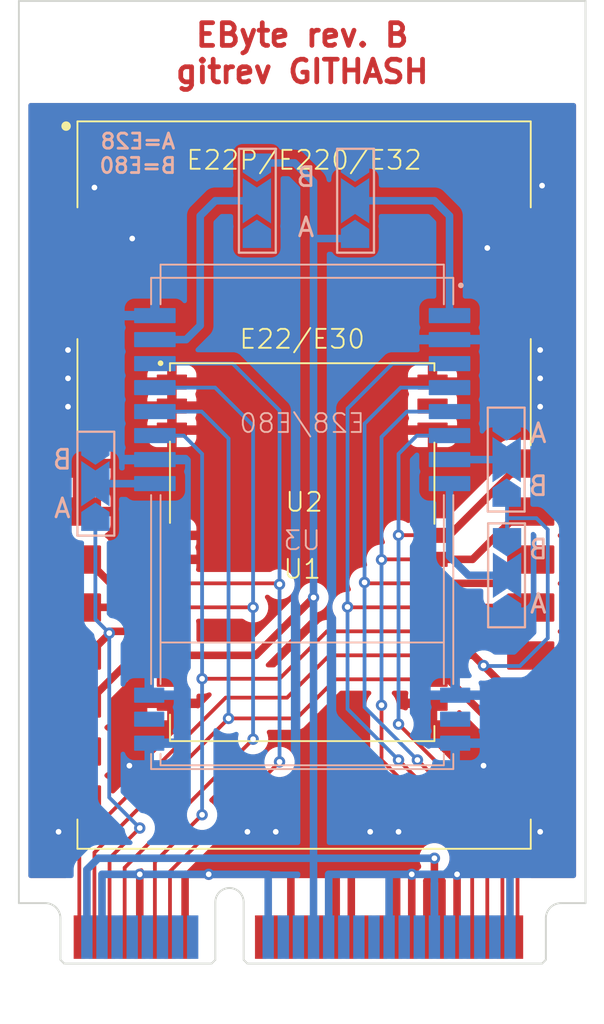
<source format=kicad_pcb>
(kicad_pcb (version 20241229) (generator "pcbnew") (generator_version "9.0")
  (layers (0 "F.Cu" signal) (2 "B.Cu" signal) (13 "F.Paste" user) (15 "B.Paste" user) (5 "F.SilkS" user "F.Silkscreen") (7 "B.SilkS" user "B.Silkscreen") (1 "F.Mask" user) (3 "B.Mask" user) (25 "Edge.Cuts" user))
  (property "GITHASH" "GITHASH")
  (net 0 "")
  (net 1 "GND")
  (net 2 "+3V3")
  (net 3 "IRQ0")
  (net 6 "RST1")
  (net 11 "GPIO1")
  (net 13 "MOSI")
  (net 15 "GPIO0")
  (net 16 "RST0")
  (net 17 "SCK")
  (net 18 "IRQ1")
  (net 19 "MISO")
  (net 20 "NSS")
  (net 26 "Net-(JP2-C)")
  (net 27 "Net-(JP1-C)")
  (net 29 "Net-(JP3-C)")
  (net 30 "Net-(JP4-C)")
  (net 31 "Net-(JP5-C)")
  (footprint "RadioHAT:E22_Large" (layer "F.Cu") (at 138.5 109.65)
    (property "Reference" "U2" (at 0 0.9 0) (layer "F.SilkS") (effects (font (thickness 0.1))))
    (property "Value" "~")
    (fp_line (start -12 -19.25) (end 12 -19.25) (stroke (width 0.1)) (layer "F.SilkS"))
    (fp_line (start -12 -14.7) (end -12 -19.25) (stroke (width 0.1)) (layer "F.SilkS"))
    (fp_line (start -12 -2.11) (end -12 -7.73) (stroke (width 0.1)) (layer "F.SilkS"))
    (fp_line (start -12 17.7) (end -12 19.25) (stroke (width 0.1)) (layer "F.SilkS"))
    (fp_line (start -12 19.25) (end 12 19.25) (stroke (width 0.1)) (layer "F.SilkS"))
    (fp_line (start 12 -14.7) (end 12 -19.25) (stroke (width 0.1)) (layer "F.SilkS"))
    (fp_line (start 12 -2.11) (end 12 -7.73) (stroke (width 0.1)) (layer "F.SilkS"))
    (fp_line (start 12 17.7) (end 12 19.25) (stroke (width 0.1)) (layer "F.SilkS"))
    (fp_circle (center -12.6 -19) (end -12.4 -19) (stroke (width 0.1)) (fill yes) (layer "F.SilkS"))
    (fp_text user "E22P/E220/E32" (at 0 -17.2 0) (layer "F.SilkS") (effects (font (thickness 0.1))))
    (pad "1" smd roundrect (at -12 -13.79) (size 2.5 1.5) (layers "F.Cu" "F.Mask" "F.Paste") (roundrect_rratio 0.05) (net 1 "GND"))
    (pad "2" smd roundrect (at -12 -11.25) (size 2.5 1.5) (layers "F.Cu" "F.Mask" "F.Paste") (roundrect_rratio 0.05) (net 1 "GND"))
    (pad "3" smd roundrect (at -12 -8.71) (size 2.5 1.5) (layers "F.Cu" "F.Mask" "F.Paste") (roundrect_rratio 0.05) (net 1 "GND"))
    (pad "4" smd roundrect (at -12 -1.14) (size 2.5 1.5) (layers "F.Cu" "F.Mask" "F.Paste") (roundrect_rratio 0.05) (net 1 "GND"))
    (pad "5" smd roundrect (at -12 1.4) (size 2.5 1.5) (layers "F.Cu" "F.Mask" "F.Paste") (roundrect_rratio 0.05) (net 1 "GND"))
    (pad "6" smd roundrect (at -12 3.94) (size 2.5 1.5) (layers "F.Cu" "F.Mask" "F.Paste") (roundrect_rratio 0.05) (net 6 "RST1"))
    (pad "7" smd roundrect (at -12 6.48) (size 2.5 1.5) (layers "F.Cu" "F.Mask" "F.Paste") (roundrect_rratio 0.05) (net 11 "GPIO1"))
    (pad "8" smd roundrect (at -12 9.02) (size 2.5 1.5) (layers "F.Cu" "F.Mask" "F.Paste") (roundrect_rratio 0.05) (net 18 "IRQ1"))
    (pad "9" smd roundrect (at -12 11.56) (size 2.5 1.5) (layers "F.Cu" "F.Mask" "F.Paste") (roundrect_rratio 0.05) (net 2 "+3V3"))
    (pad "10" smd roundrect (at -12 14.1) (size 2.5 1.5) (layers "F.Cu" "F.Mask" "F.Paste") (roundrect_rratio 0.05) (net 2 "+3V3"))
    (pad "11" smd roundrect (at -12 16.64) (size 2.5 1.5) (layers "F.Cu" "F.Mask" "F.Paste") (roundrect_rratio 0.05) (net 1 "GND"))
    (pad "12" smd roundrect (at 12 16.64) (size 2.5 1.5) (layers "F.Cu" "F.Mask" "F.Paste") (roundrect_rratio 0.05) (net 1 "GND"))
    (pad "13" smd roundrect (at 12 14.1) (size 2.5 1.5) (layers "F.Cu" "F.Mask" "F.Paste") (roundrect_rratio 0.05) (net 3 "IRQ0"))
    (pad "14" smd roundrect (at 12 11.56) (size 2.5 1.5) (layers "F.Cu" "F.Mask" "F.Paste") (roundrect_rratio 0.05) (net 15 "GPIO0"))
    (pad "15" smd roundrect (at 12 9.02) (size 2.5 1.5) (layers "F.Cu" "F.Mask" "F.Paste") (roundrect_rratio 0.05) (net 16 "RST0"))
    (pad "16" smd roundrect (at 12 6.48) (size 2.5 1.5) (layers "F.Cu" "F.Mask" "F.Paste") (roundrect_rratio 0.05) (net 19 "MISO"))
    (pad "17" smd roundrect (at 12 3.94) (size 2.5 1.5) (layers "F.Cu" "F.Mask" "F.Paste") (roundrect_rratio 0.05) (net 13 "MOSI"))
    (pad "18" smd roundrect (at 12 1.4) (size 2.5 1.5) (layers "F.Cu" "F.Mask" "F.Paste") (roundrect_rratio 0.05) (net 17 "SCK"))
    (pad "19" smd roundrect (at 12 -1.14) (size 2.5 1.5) (layers "F.Cu" "F.Mask" "F.Paste") (roundrect_rratio 0.05) (net 20 "NSS"))
    (pad "20" smd roundrect (at 12 -8.71) (size 2.5 1.5) (layers "F.Cu" "F.Mask" "F.Paste") (roundrect_rratio 0.05) (net 1 "GND"))
    (pad "21" smd roundrect (at 12 -11.25) (size 2.5 1.5) (layers "F.Cu" "F.Mask" "F.Paste") (roundrect_rratio 0.05))
    (pad "22" smd roundrect (at 12 -13.79) (size 2.5 1.5) (layers "F.Cu" "F.Mask" "F.Paste") (roundrect_rratio 0.05) (net 1 "GND"))
  )
  (footprint "RadioHAT:E22_Small" (layer "F.Cu") (at 138.4 113.2)
    (property "Reference" "U1" (at 0 0.9 0) (layer "F.SilkS") (effects (font (thickness 0.1))))
    (property "Value" "~")
    (fp_line (start -7 -10) (end 7 -10) (stroke (width 0.1)) (layer "F.SilkS"))
    (fp_line (start -7 -9.6) (end -7 -10) (stroke (width 0.1)) (layer "F.SilkS"))
    (fp_line (start -7 -5.85) (end -7 -1.55) (stroke (width 0.1)) (layer "F.SilkS"))
    (fp_line (start -7 8.6) (end -7 10) (stroke (width 0.1)) (layer "F.SilkS"))
    (fp_line (start -7 10) (end 7 10) (stroke (width 0.1)) (layer "F.SilkS"))
    (fp_line (start 7 -10) (end 7 -9.6) (stroke (width 0.1)) (layer "F.SilkS"))
    (fp_line (start 7 -5.8) (end 7 -1.5) (stroke (width 0.1)) (layer "F.SilkS"))
    (fp_line (start 7 10) (end 7 9.2) (stroke (width 0.1)) (layer "F.SilkS"))
    (fp_circle (center -7.5 -10) (end -7.4 -10) (stroke (width 0.1)) (fill yes) (layer "F.SilkS"))
    (fp_text user "E22/E30" (at 0 -11.275 0) (layer "F.SilkS") (effects (font (thickness 0.1))))
    (pad "1" smd roundrect (at -6.9 -9) (size 1.6 0.8) (layers "F.Cu" "F.Mask" "F.Paste") (roundrect_rratio 0.05) (net 1 "GND"))
    (pad "2" smd roundrect (at -6.9 -7.73) (size 1.6 0.8) (layers "F.Cu" "F.Mask" "F.Paste") (roundrect_rratio 0.05) (net 1 "GND"))
    (pad "3" smd roundrect (at -6.9 -6.46) (size 1.6 0.8) (layers "F.Cu" "F.Mask" "F.Paste") (roundrect_rratio 0.05) (net 1 "GND"))
    (pad "4" smd roundrect (at -6.9 -0.89) (size 1.6 0.8) (layers "F.Cu" "F.Mask" "F.Paste") (roundrect_rratio 0.05) (net 1 "GND"))
    (pad "5" smd roundrect (at -6.9 0.38) (size 1.6 0.8) (layers "F.Cu" "F.Mask" "F.Paste") (roundrect_rratio 0.05) (net 1 "GND"))
    (pad "6" smd roundrect (at -6.9 1.65) (size 1.6 0.8) (layers "F.Cu" "F.Mask" "F.Paste") (roundrect_rratio 0.05) (net 6 "RST1"))
    (pad "7" smd roundrect (at -6.9 2.92) (size 1.6 0.8) (layers "F.Cu" "F.Mask" "F.Paste") (roundrect_rratio 0.05) (net 11 "GPIO1"))
    (pad "8" smd roundrect (at -6.9 4.19) (size 1.6 0.8) (layers "F.Cu" "F.Mask" "F.Paste") (roundrect_rratio 0.05) (net 18 "IRQ1"))
    (pad "9" smd roundrect (at -6.9 5.46) (size 1.6 0.8) (layers "F.Cu" "F.Mask" "F.Paste") (roundrect_rratio 0.05) (net 2 "+3V3"))
    (pad "10" smd roundrect (at -6.9 6.73) (size 1.6 0.8) (layers "F.Cu" "F.Mask" "F.Paste") (roundrect_rratio 0.05))
    (pad "11" smd roundrect (at -6.9 8) (size 1.6 0.8) (layers "F.Cu" "F.Mask" "F.Paste") (roundrect_rratio 0.05) (net 1 "GND"))
    (pad "12" smd roundrect (at 6.9 8) (size 1.6 0.8) (layers "F.Cu" "F.Mask" "F.Paste") (roundrect_rratio 0.05) (net 1 "GND"))
    (pad "13" smd roundrect (at 6.9 6.73) (size 1.6 0.8) (layers "F.Cu" "F.Mask" "F.Paste") (roundrect_rratio 0.05) (net 3 "IRQ0"))
    (pad "14" smd roundrect (at 6.9 5.46) (size 1.6 0.8) (layers "F.Cu" "F.Mask" "F.Paste") (roundrect_rratio 0.05) (net 15 "GPIO0"))
    (pad "15" smd roundrect (at 6.9 4.19) (size 1.6 0.8) (layers "F.Cu" "F.Mask" "F.Paste") (roundrect_rratio 0.05) (net 16 "RST0"))
    (pad "16" smd roundrect (at 6.9 2.92) (size 1.6 0.8) (layers "F.Cu" "F.Mask" "F.Paste") (roundrect_rratio 0.05) (net 19 "MISO"))
    (pad "17" smd roundrect (at 6.9 1.65) (size 1.6 0.8) (layers "F.Cu" "F.Mask" "F.Paste") (roundrect_rratio 0.05) (net 13 "MOSI"))
    (pad "18" smd roundrect (at 6.9 0.38) (size 1.6 0.8) (layers "F.Cu" "F.Mask" "F.Paste") (roundrect_rratio 0.05) (net 17 "SCK"))
    (pad "19" smd roundrect (at 6.9 -0.89) (size 1.6 0.8) (layers "F.Cu" "F.Mask" "F.Paste") (roundrect_rratio 0.05) (net 20 "NSS"))
    (pad "20" smd roundrect (at 6.9 -6.46) (size 1.6 0.8) (layers "F.Cu" "F.Mask" "F.Paste") (roundrect_rratio 0.05) (net 1 "GND"))
    (pad "21" smd roundrect (at 6.9 -7.73) (size 1.6 0.8) (layers "F.Cu" "F.Mask" "F.Paste") (roundrect_rratio 0.05))
    (pad "22" smd roundrect (at 6.9 -9) (size 1.6 0.8) (layers "F.Cu" "F.Mask" "F.Paste") (roundrect_rratio 0.05) (net 1 "GND"))
  )
  (footprint "RadioHAT:Mini_PCIe_Full" (layer "F.Cu") (at 125.6 134.975)
    (property "Reference" "J1" (hide yes))
    (property "Value" "~" (hide yes))
    (fp_line (start -2.2 -50.95) (end -2.2 -3.2) (stroke (width 0.1)) (layer "Edge.Cuts"))
    (fp_line (start -2.2 -3.2) (end -0.8 -3.2) (stroke (width 0.1)) (layer "Edge.Cuts"))
    (fp_line (start 0 -2.4) (end 0 -0.2) (stroke (width 0.1)) (layer "Edge.Cuts"))
    (fp_line (start 0 -0.2) (end 0.2 0) (stroke (width 0.1)) (layer "Edge.Cuts"))
    (fp_line (start 0.2 0) (end 8 0) (stroke (width 0.1)) (layer "Edge.Cuts"))
    (fp_line (start 8 0) (end 8.2 -0.2) (stroke (width 0.1)) (layer "Edge.Cuts"))
    (fp_line (start 8.2 -0.2) (end 8.2 -3.25) (stroke (width 0.1)) (layer "Edge.Cuts"))
    (fp_line (start 9.7 -0.2) (end 9.7 -3.25) (stroke (width 0.1)) (layer "Edge.Cuts"))
    (fp_line (start 9.7 -0.2) (end 9.9 0) (stroke (width 0.1)) (layer "Edge.Cuts"))
    (fp_line (start 9.9 0) (end 25.5 0) (stroke (width 0.1)) (layer "Edge.Cuts"))
    (fp_line (start 25.5 0) (end 25.7 -0.2) (stroke (width 0.1)) (layer "Edge.Cuts"))
    (fp_line (start 25.7 -0.2) (end 25.7 -2.4) (stroke (width 0.1)) (layer "Edge.Cuts"))
    (fp_line (start 26.5 -3.2) (end 27.8 -3.2) (stroke (width 0.1)) (layer "Edge.Cuts"))
    (fp_line (start 27.8 -50.95) (end -2.2 -50.95) (stroke (width 0.1)) (layer "Edge.Cuts"))
    (fp_line (start 27.8 -50.95) (end 27.8 -3.2) (stroke (width 0.1)) (layer "Edge.Cuts"))
    (fp_arc (start -0.8 -3.2) (mid -0.234315 -2.965685) (end 0 -2.4) (stroke (width 0.1)) (layer "Edge.Cuts"))
    (fp_arc (start 8.2 -3.25) (mid 8.95 -4) (end 9.7 -3.25) (stroke (width 0.1)) (layer "Edge.Cuts"))
    (fp_arc (start 25.7 -2.4) (mid 25.934315 -2.965685) (end 26.5 -3.2) (stroke (width 0.1)) (layer "Edge.Cuts"))
    (pad "" np_thru_hole circle (at 0.7 -48.05) (size 2.6 2.6) (drill 2.6) (layers "*.Cu" "*.Mask"))
    (pad "" np_thru_hole circle (at 24.9 -48.05) (size 2.6 2.6) (drill 2.6) (layers "*.Cu" "*.Mask"))
    (pad "1" smd rect (at 1 -1.4 90) (size 2.3 0.6) (layers "F.Cu" "F.Mask" "F.Paste") (net 15 "GPIO0"))
    (pad "2" smd rect (at 1.4 -1.4 90) (size 2.3 0.6) (layers "B.Cu" "B.Mask" "B.Paste") (net 2 "+3V3"))
    (pad "3" smd rect (at 1.8 -1.4 90) (size 2.3 0.6) (layers "F.Cu" "F.Mask" "F.Paste") (net 3 "IRQ0"))
    (pad "4" smd rect (at 2.2 -1.4 90) (size 2.3 0.6) (layers "B.Cu" "B.Mask" "B.Paste") (net 1 "GND"))
    (pad "5" smd rect (at 2.6 -1.4 90) (size 2.3 0.6) (layers "F.Cu" "F.Mask" "F.Paste") (net 18 "IRQ1"))
    (pad "6" smd rect (at 3 -1.4 90) (size 2.3 0.6) (layers "B.Cu" "B.Mask" "B.Paste"))
    (pad "7" smd rect (at 3.4 -1.4 90) (size 2.3 0.6) (layers "F.Cu" "F.Mask" "F.Paste") (net 11 "GPIO1"))
    (pad "8" smd rect (at 3.8 -1.4 90) (size 2.3 0.6) (layers "B.Cu" "B.Mask" "B.Paste"))
    (pad "9" smd rect (at 4.2 -1.4 90) (size 2.3 0.6) (layers "F.Cu" "F.Mask" "F.Paste") (net 1 "GND"))
    (pad "10" smd rect (at 4.6 -1.4 90) (size 2.3 0.6) (layers "B.Cu" "B.Mask" "B.Paste"))
    (pad "11" smd rect (at 5 -1.4 90) (size 2.3 0.6) (layers "F.Cu" "F.Mask" "F.Paste") (net 16 "RST0"))
    (pad "12" smd rect (at 5.4 -1.4 90) (size 2.3 0.6) (layers "B.Cu" "B.Mask" "B.Paste"))
    (pad "13" smd rect (at 5.8 -1.4 90) (size 2.3 0.6) (layers "F.Cu" "F.Mask" "F.Paste") (net 6 "RST1"))
    (pad "14" smd rect (at 6.2 -1.4 90) (size 2.3 0.6) (layers "B.Cu" "B.Mask" "B.Paste"))
    (pad "15" smd rect (at 6.6 -1.4 90) (size 2.3 0.6) (layers "F.Cu" "F.Mask" "F.Paste") (net 1 "GND"))
    (pad "16" smd rect (at 7 -1.4 90) (size 2.3 0.6) (layers "B.Cu" "B.Mask" "B.Paste"))
    (pad "17" smd rect (at 10.6 -1.4 90) (size 2.3 0.6) (layers "F.Cu" "F.Mask" "F.Paste"))
    (pad "18" smd rect (at 11 -1.4 90) (size 2.3 0.6) (layers "B.Cu" "B.Mask" "B.Paste") (net 1 "GND"))
    (pad "19" smd rect (at 11.4 -1.4 90) (size 2.3 0.6) (layers "F.Cu" "F.Mask" "F.Paste"))
    (pad "20" smd rect (at 11.8 -1.4 90) (size 2.3 0.6) (layers "B.Cu" "B.Mask" "B.Paste"))
    (pad "21" smd rect (at 12.2 -1.4 90) (size 2.3 0.6) (layers "F.Cu" "F.Mask" "F.Paste") (net 1 "GND"))
    (pad "22" smd rect (at 12.6 -1.4 90) (size 2.3 0.6) (layers "B.Cu" "B.Mask" "B.Paste"))
    (pad "23" smd rect (at 13 -1.4 90) (size 2.3 0.6) (layers "F.Cu" "F.Mask" "F.Paste"))
    (pad "24" smd rect (at 13.4 -1.4 90) (size 2.3 0.6) (layers "B.Cu" "B.Mask" "B.Paste") (net 2 "+3V3"))
    (pad "25" smd rect (at 13.8 -1.4 90) (size 2.3 0.6) (layers "F.Cu" "F.Mask" "F.Paste"))
    (pad "26" smd rect (at 14.2 -1.4 90) (size 2.3 0.6) (layers "B.Cu" "B.Mask" "B.Paste") (net 1 "GND"))
    (pad "27" smd rect (at 14.6 -1.4 90) (size 2.3 0.6) (layers "F.Cu" "F.Mask" "F.Paste") (net 1 "GND"))
    (pad "28" smd rect (at 15 -1.4 90) (size 2.3 0.6) (layers "B.Cu" "B.Mask" "B.Paste"))
    (pad "29" smd rect (at 15.4 -1.4 90) (size 2.3 0.6) (layers "F.Cu" "F.Mask" "F.Paste") (net 1 "GND"))
    (pad "30" smd rect (at 15.8 -1.4 90) (size 2.3 0.6) (layers "B.Cu" "B.Mask" "B.Paste"))
    (pad "31" smd rect (at 16.2 -1.4 90) (size 2.3 0.6) (layers "F.Cu" "F.Mask" "F.Paste"))
    (pad "32" smd rect (at 16.6 -1.4 90) (size 2.3 0.6) (layers "B.Cu" "B.Mask" "B.Paste"))
    (pad "33" smd rect (at 17 -1.4 90) (size 2.3 0.6) (layers "F.Cu" "F.Mask" "F.Paste"))
    (pad "34" smd rect (at 17.4 -1.4 90) (size 2.3 0.6) (layers "B.Cu" "B.Mask" "B.Paste") (net 1 "GND"))
    (pad "35" smd rect (at 17.8 -1.4 90) (size 2.3 0.6) (layers "F.Cu" "F.Mask" "F.Paste") (net 1 "GND"))
    (pad "36" smd rect (at 18.2 -1.4 90) (size 2.3 0.6) (layers "B.Cu" "B.Mask" "B.Paste"))
    (pad "37" smd rect (at 18.6 -1.4 90) (size 2.3 0.6) (layers "F.Cu" "F.Mask" "F.Paste") (net 1 "GND"))
    (pad "38" smd rect (at 19 -1.4 90) (size 2.3 0.6) (layers "B.Cu" "B.Mask" "B.Paste"))
    (pad "39" smd rect (at 19.4 -1.4 90) (size 2.3 0.6) (layers "F.Cu" "F.Mask" "F.Paste") (net 2 "+3V3"))
    (pad "40" smd rect (at 19.8 -1.4 90) (size 2.3 0.6) (layers "B.Cu" "B.Mask" "B.Paste") (net 1 "GND"))
    (pad "41" smd rect (at 20.2 -1.4 90) (size 2.3 0.6) (layers "F.Cu" "F.Mask" "F.Paste") (net 2 "+3V3"))
    (pad "42" smd rect (at 20.6 -1.4 90) (size 2.3 0.6) (layers "B.Cu" "B.Mask" "B.Paste"))
    (pad "43" smd rect (at 21 -1.4 90) (size 2.3 0.6) (layers "F.Cu" "F.Mask" "F.Paste") (net 1 "GND"))
    (pad "44" smd rect (at 21.4 -1.4 90) (size 2.3 0.6) (layers "B.Cu" "B.Mask" "B.Paste"))
    (pad "45" smd rect (at 21.8 -1.4 90) (size 2.3 0.6) (layers "F.Cu" "F.Mask" "F.Paste") (net 17 "SCK"))
    (pad "46" smd rect (at 22.2 -1.4 90) (size 2.3 0.6) (layers "B.Cu" "B.Mask" "B.Paste"))
    (pad "47" smd rect (at 22.6 -1.4 90) (size 2.3 0.6) (layers "F.Cu" "F.Mask" "F.Paste") (net 19 "MISO"))
    (pad "48" smd rect (at 23 -1.4 90) (size 2.3 0.6) (layers "B.Cu" "B.Mask" "B.Paste"))
    (pad "49" smd rect (at 23.4 -1.4 90) (size 2.3 0.6) (layers "F.Cu" "F.Mask" "F.Paste") (net 13 "MOSI"))
    (pad "50" smd rect (at 23.8 -1.4 90) (size 2.3 0.6) (layers "B.Cu" "B.Mask" "B.Paste") (net 1 "GND"))
    (pad "51" smd rect (at 24.2 -1.4 90) (size 2.3 0.6) (layers "F.Cu" "F.Mask" "F.Paste") (net 20 "NSS"))
  )
  (footprint "Jumper:SolderJumper-3_P2.0mm_Open_TrianglePad1.0x1.5mm_NumberLabels" (layer "B.Cu") (at 141.2 94.6 90)
    (property "Reference" "JP2" (hide yes))
    (property "Value" "SolderJumper_3_Open" (hide yes))
    (fp_line (start 2.75 -0.95) (end -2.75 -0.95) (stroke (width 0.12)) (layer "B.SilkS"))
    (fp_line (start -2.75 -0.95) (end -2.75 1) (stroke (width 0.12)) (layer "B.SilkS"))
    (fp_line (start 2.75 1) (end 2.75 -0.95) (stroke (width 0.12)) (layer "B.SilkS"))
    (fp_line (start -2.75 1) (end 2.75 1) (stroke (width 0.12)) (layer "B.SilkS"))
    (pad "1" smd custom (at -2 0 90) (size 0.3 0.3) (layers "B.Cu" "B.Mask") (net 2 "+3V3") (options (clearance outline) (anchor rect)) (primitives (gr_poly (pts (xy 1 0) (xy 0.5 -0.75) (xy -0.5 -0.75) (xy -0.5 0.75) (xy 0.5 0.75)) (width 0) (fill yes))))
    (pad "2" smd custom (at 0 0 90) (size 0.3 0.3) (layers "B.Cu") (net 26 "Net-(JP2-C)") (options (clearance outline) (anchor rect)) (primitives (gr_poly (pts (xy 0.7 0) (xy 1.2 -0.75) (xy -1.2 -0.75) (xy -0.7 0) (xy -1.2 0.75) (xy 1.2 0.75)) (width 0) (fill yes))))
    (pad "3" smd custom (at 2 0 270) (size 0.3 0.3) (layers "B.Cu" "B.Mask") (net 1 "GND") (options (clearance outline) (anchor rect)) (primitives (gr_poly (pts (xy 1 0) (xy 0.5 -0.75) (xy -0.5 -0.75) (xy -0.5 0.75) (xy 0.5 0.75)) (width 0) (fill yes))))
  )
  (footprint "Jumper:SolderJumper-3_P2.0mm_Open_TrianglePad1.0x1.5mm_NumberLabels" (layer "B.Cu") (at 149.245 114.425 -90)
    (property "Reference" "JP3" (hide yes))
    (property "Value" "SolderJumper_3_Open" (hide yes))
    (fp_line (start -2.75 1) (end 2.75 1) (stroke (width 0.12)) (layer "B.SilkS"))
    (fp_line (start 2.75 1) (end 2.75 -0.95) (stroke (width 0.12)) (layer "B.SilkS"))
    (fp_line (start -2.75 -0.95) (end -2.75 1) (stroke (width 0.12)) (layer "B.SilkS"))
    (fp_line (start 2.75 -0.95) (end -2.75 -0.95) (stroke (width 0.12)) (layer "B.SilkS"))
    (fp_text user "B" (at -1.375 -1.655 0) (layer "B.SilkS") (effects (justify mirror)))
    (fp_text user "A" (at 1.5 -1.655 0) (layer "B.SilkS") (effects (justify mirror)))
    (pad "1" smd custom (at -2 0 270) (size 0.3 0.3) (layers "B.Cu" "B.Mask") (net 15 "GPIO0") (options (clearance outline) (anchor rect)) (primitives (gr_poly (pts (xy 1 0) (xy 0.5 -0.75) (xy -0.5 -0.75) (xy -0.5 0.75) (xy 0.5 0.75)) (width 0) (fill yes))))
    (pad "2" smd custom (at 0 0 270) (size 0.3 0.3) (layers "B.Cu") (net 29 "Net-(JP3-C)") (options (clearance outline) (anchor rect)) (primitives (gr_poly (pts (xy 0.7 0) (xy 1.2 -0.75) (xy -1.2 -0.75) (xy -0.7 0) (xy -1.2 0.75) (xy 1.2 0.75)) (width 0) (fill yes))))
    (pad "3" smd custom (at 2 0 90) (size 0.3 0.3) (layers "B.Cu" "B.Mask") (net 1 "GND") (options (clearance outline) (anchor rect)) (primitives (gr_poly (pts (xy 1 0) (xy 0.5 -0.75) (xy -0.5 -0.75) (xy -0.5 0.75) (xy 0.5 0.75)) (width 0) (fill yes))))
  )
  (footprint "Jumper:SolderJumper-3_P2.0mm_Open_TrianglePad1.0x1.5mm_NumberLabels" (layer "B.Cu") (at 149.225 108.3 -90)
    (property "Reference" "JP5" (hide yes))
    (property "Value" "SolderJumper_3_Open" (hide yes))
    (fp_line (start -2.75 1) (end 2.75 1) (stroke (width 0.12)) (layer "B.SilkS"))
    (fp_line (start 2.75 1) (end 2.75 -0.95) (stroke (width 0.12)) (layer "B.SilkS"))
    (fp_line (start -2.75 -0.95) (end -2.75 1) (stroke (width 0.12)) (layer "B.SilkS"))
    (fp_line (start 2.75 -0.95) (end -2.75 -0.95) (stroke (width 0.12)) (layer "B.SilkS"))
    (fp_text user "B" (at 1.4 -1.675 0) (layer "B.SilkS") (effects (justify mirror)))
    (fp_text user "A" (at -1.4 -1.675 0) (layer "B.SilkS") (effects (justify mirror)))
    (pad "1" smd custom (at -2 0 270) (size 0.3 0.3) (layers "B.Cu" "B.Mask") (net 1 "GND") (options (clearance outline) (anchor rect)) (primitives (gr_poly (pts (xy 1 0) (xy 0.5 -0.75) (xy -0.5 -0.75) (xy -0.5 0.75) (xy 0.5 0.75)) (width 0) (fill yes))))
    (pad "2" smd custom (at 0 0 270) (size 0.3 0.3) (layers "B.Cu") (net 31 "Net-(JP5-C)") (options (clearance outline) (anchor rect)) (primitives (gr_poly (pts (xy 0.7 0) (xy 1.2 -0.75) (xy -1.2 -0.75) (xy -0.7 0) (xy -1.2 0.75) (xy 1.2 0.75)) (width 0) (fill yes))))
    (pad "3" smd custom (at 2 0 90) (size 0.3 0.3) (layers "B.Cu" "B.Mask") (net 15 "GPIO0") (options (clearance outline) (anchor rect)) (primitives (gr_poly (pts (xy 1 0) (xy 0.5 -0.75) (xy -0.5 -0.75) (xy -0.5 0.75) (xy 0.5 0.75)) (width 0) (fill yes))))
  )
  (footprint "Jumper:SolderJumper-3_P2.0mm_Open_TrianglePad1.0x1.5mm_NumberLabels" (layer "B.Cu") (at 136 94.6 90)
    (property "Reference" "JP1" (hide yes))
    (property "Value" "SolderJumper_3_Open" (hide yes))
    (fp_line (start 2.75 -0.95) (end -2.75 -0.95) (stroke (width 0.12)) (layer "B.SilkS"))
    (fp_line (start -2.75 -0.95) (end -2.75 1) (stroke (width 0.12)) (layer "B.SilkS"))
    (fp_line (start 2.75 1) (end 2.75 -0.95) (stroke (width 0.12)) (layer "B.SilkS"))
    (fp_line (start -2.75 1) (end 2.75 1) (stroke (width 0.12)) (layer "B.SilkS"))
    (fp_text user "B" (at 1.26 2.6 0) (layer "B.SilkS") (effects (justify mirror)))
    (fp_text user "A" (at -1.4 2.6 0) (layer "B.SilkS") (effects (justify mirror)))
    (pad "1" smd custom (at -2 0 90) (size 0.3 0.3) (layers "B.Cu" "B.Mask") (options (clearance outline) (anchor rect)) (primitives (gr_poly (pts (xy 1 0) (xy 0.5 -0.75) (xy -0.5 -0.75) (xy -0.5 0.75) (xy 0.5 0.75)) (width 0) (fill yes))))
    (pad "2" smd custom (at 0 0 90) (size 0.3 0.3) (layers "B.Cu") (net 27 "Net-(JP1-C)") (options (clearance outline) (anchor rect)) (primitives (gr_poly (pts (xy 0.7 0) (xy 1.2 -0.75) (xy -1.2 -0.75) (xy -0.7 0) (xy -1.2 0.75) (xy 1.2 0.75)) (width 0) (fill yes))))
    (pad "3" smd custom (at 2 0 270) (size 0.3 0.3) (layers "B.Cu" "B.Mask") (net 2 "+3V3") (options (clearance outline) (anchor rect)) (primitives (gr_poly (pts (xy 1 0) (xy 0.5 -0.75) (xy -0.5 -0.75) (xy -0.5 0.75) (xy 0.5 0.75)) (width 0) (fill yes))))
  )
  (footprint "Jumper:SolderJumper-3_P2.0mm_Open_TrianglePad1.0x1.5mm_NumberLabels" (layer "B.Cu") (at 127.45 109.575 90)
    (property "Reference" "JP4" (hide yes))
    (property "Value" "SolderJumper_3_Open" (hide yes))
    (fp_line (start 2.75 -0.95) (end -2.75 -0.95) (stroke (width 0.12)) (layer "B.SilkS"))
    (fp_line (start -2.75 -0.95) (end -2.75 1) (stroke (width 0.12)) (layer "B.SilkS"))
    (fp_line (start 2.75 1) (end 2.75 -0.95) (stroke (width 0.12)) (layer "B.SilkS"))
    (fp_line (start -2.75 1) (end 2.75 1) (stroke (width 0.12)) (layer "B.SilkS"))
    (fp_text user "A" (at -1.3 -1.75 180) (layer "B.SilkS") (effects (justify mirror)))
    (fp_text user "B" (at 1.275 -1.75 180) (layer "B.SilkS") (effects (justify mirror)))
    (pad "1" smd custom (at -2 0 90) (size 0.3 0.3) (layers "B.Cu" "B.Mask") (net 18 "IRQ1") (options (clearance outline) (anchor rect)) (primitives (gr_poly (pts (xy 1 0) (xy 0.5 -0.75) (xy -0.5 -0.75) (xy -0.5 0.75) (xy 0.5 0.75)) (width 0) (fill yes))))
    (pad "2" smd custom (at 0 0 90) (size 0.3 0.3) (layers "B.Cu") (net 30 "Net-(JP4-C)") (options (clearance outline) (anchor rect)) (primitives (gr_poly (pts (xy 0.7 0) (xy 1.2 -0.75) (xy -1.2 -0.75) (xy -0.7 0) (xy -1.2 0.75) (xy 1.2 0.75)) (width 0) (fill yes))))
    (pad "3" smd custom (at 2 0 270) (size 0.3 0.3) (layers "B.Cu" "B.Mask") (net 1 "GND") (options (clearance outline) (anchor rect)) (primitives (gr_poly (pts (xy 1 0) (xy 0.5 -0.75) (xy -0.5 -0.75) (xy -0.5 0.75) (xy 0.5 0.75)) (width 0) (fill yes))))
  )
  (footprint "RadioHAT:E28_E80" (layer "B.Cu") (at 138.4 111.68 180)
    (property "Reference" "U3" (at 0 -0.9 0) (layer "B.SilkS") (effects (font (thickness 0.1)) (justify mirror)))
    (property "Value" "~")
    (fp_line (start 8 11.6) (end 8 13) (stroke (width 0.1)) (layer "B.SilkS"))
    (fp_line (start 8 1.5) (end 8 -8.5) (stroke (width 0.1)) (layer "B.SilkS"))
    (fp_line (start 8 -12.2) (end 8 -13) (stroke (width 0.1)) (layer "B.SilkS"))
    (fp_line (start 7.5 11.6) (end 7.5 13.7) (stroke (width 0.1)) (layer "B.SilkS"))
    (fp_line (start 7.5 1.5) (end 7.5 -8.5) (stroke (width 0.1)) (layer "B.SilkS"))
    (fp_line (start 7.5 -12.2) (end 7.5 -12.8) (stroke (width 0.1)) (layer "B.SilkS"))
    (fp_line (start -7.5 13.7) (end 7.5 13.7) (stroke (width 0.1)) (layer "B.SilkS"))
    (fp_line (start -7.5 11.6) (end -7.5 13.7) (stroke (width 0.1)) (layer "B.SilkS"))
    (fp_line (start -7.5 1.5) (end -7.5 -8.5) (stroke (width 0.1)) (layer "B.SilkS"))
    (fp_line (start -7.5 -6.3) (end 7.5 -6.3) (stroke (width 0.1)) (layer "B.SilkS"))
    (fp_line (start -7.5 -12.2) (end -7.5 -12.8) (stroke (width 0.1)) (layer "B.SilkS"))
    (fp_line (start -7.5 -12.8) (end 7.5 -12.8) (stroke (width 0.1)) (layer "B.SilkS"))
    (fp_line (start -8 13) (end 8 13) (stroke (width 0.1)) (layer "B.SilkS"))
    (fp_line (start -8 11.6) (end -8 13) (stroke (width 0.1)) (layer "B.SilkS"))
    (fp_line (start -8 1.5) (end -8 -8.5) (stroke (width 0.1)) (layer "B.SilkS"))
    (fp_line (start -8 -12.2) (end -8 -13) (stroke (width 0.1)) (layer "B.SilkS"))
    (fp_line (start -8 -13) (end 8 -13) (stroke (width 0.1)) (layer "B.SilkS"))
    (fp_circle (center -8.4 12.6) (end -8.3 12.6) (stroke (width 0.1)) (fill yes) (layer "B.SilkS"))
    (fp_text user "E28/E80" (at 0 5.3 0) (layer "B.SilkS") (effects (font (thickness 0.1)) (justify mirror)))
    (pad "1" smd roundrect (at -7.8 11 180) (size 2.2 0.8) (layers "B.Cu" "B.Mask" "B.Paste") (roundrect_rratio 0.05) (net 26 "Net-(JP2-C)"))
    (pad "2" smd roundrect (at -7.8 9.73 180) (size 2.2 0.8) (layers "B.Cu" "B.Mask" "B.Paste") (roundrect_rratio 0.05) (net 1 "GND"))
    (pad "3" smd roundrect (at -7.8 8.46 180) (size 2.2 0.8) (layers "B.Cu" "B.Mask" "B.Paste") (roundrect_rratio 0.05) (net 19 "MISO"))
    (pad "4" smd roundrect (at -7.8 7.19 180) (size 2.2 0.8) (layers "B.Cu" "B.Mask" "B.Paste") (roundrect_rratio 0.05) (net 13 "MOSI"))
    (pad "5" smd roundrect (at -7.8 5.92 180) (size 2.2 0.8) (layers "B.Cu" "B.Mask" "B.Paste") (roundrect_rratio 0.05) (net 17 "SCK"))
    (pad "6" smd roundrect (at -7.8 4.65 180) (size 2.2 0.8) (layers "B.Cu" "B.Mask" "B.Paste") (roundrect_rratio 0.05) (net 20 "NSS"))
    (pad "7" smd roundrect (at -7.8 3.38 180) (size 2.2 0.8) (layers "B.Cu" "B.Mask" "B.Paste") (roundrect_rratio 0.05) (net 31 "Net-(JP5-C)"))
    (pad "8" smd roundrect (at -7.8 2.11 180) (size 2.2 0.8) (layers "B.Cu" "B.Mask" "B.Paste") (roundrect_rratio 0.05) (net 29 "Net-(JP3-C)"))
    (pad "11" smd roundrect (at -8.1 -9.09 180) (size 1.6 0.8) (layers "B.Cu" "B.Mask" "B.Paste") (roundrect_rratio 0.05) (net 1 "GND"))
    (pad "12" smd roundrect (at -8.1 -10.36 180) (size 1.6 0.8) (layers "B.Cu" "B.Mask" "B.Paste") (roundrect_rratio 0.05))
    (pad "13" smd roundrect (at -8.1 -11.63 180) (size 1.6 0.8) (layers "B.Cu" "B.Mask" "B.Paste") (roundrect_rratio 0.05) (net 1 "GND"))
    (pad "14" smd roundrect (at 8.1 -11.63 180) (size 1.6 0.8) (layers "B.Cu" "B.Mask" "B.Paste") (roundrect_rratio 0.05) (net 1 "GND"))
    (pad "15" smd roundrect (at 8.1 -10.36 180) (size 1.6 0.8) (layers "B.Cu" "B.Mask" "B.Paste") (roundrect_rratio 0.05))
    (pad "16" smd roundrect (at 8.1 -9.09 180) (size 1.6 0.8) (layers "B.Cu" "B.Mask" "B.Paste") (roundrect_rratio 0.05) (net 1 "GND"))
    (pad "19" smd roundrect (at 7.8 2.11 180) (size 2.2 0.8) (layers "B.Cu" "B.Mask" "B.Paste") (roundrect_rratio 0.05) (net 30 "Net-(JP4-C)"))
    (pad "20" smd roundrect (at 7.8 3.38 180) (size 2.2 0.8) (layers "B.Cu" "B.Mask" "B.Paste") (roundrect_rratio 0.05) (net 1 "GND"))
    (pad "21" smd roundrect (at 7.8 4.65 180) (size 2.2 0.8) (layers "B.Cu" "B.Mask" "B.Paste") (roundrect_rratio 0.05) (net 16 "RST0"))
    (pad "22" smd roundrect (at 7.8 5.92 180) (size 2.2 0.8) (layers "B.Cu" "B.Mask" "B.Paste") (roundrect_rratio 0.05) (net 3 "IRQ0"))
    (pad "23" smd roundrect (at 7.8 7.19 180) (size 2.2 0.8) (layers "B.Cu" "B.Mask" "B.Paste") (roundrect_rratio 0.05) (net 11 "GPIO1"))
    (pad "24" smd roundrect (at 7.8 8.46 180) (size 2.2 0.8) (layers "B.Cu" "B.Mask" "B.Paste") (roundrect_rratio 0.05) (net 6 "RST1"))
    (pad "25" smd roundrect (at 7.8 9.73 180) (size 2.2 0.8) (layers "B.Cu" "B.Mask" "B.Paste") (roundrect_rratio 0.05) (net 27 "Net-(JP1-C)"))
    (pad "26" smd roundrect (at 7.8 11 180) (size 2.2 0.8) (layers "B.Cu" "B.Mask" "B.Paste") (roundrect_rratio 0.05) (net 1 "GND"))
  )
  (gr_text "EByte rev. B\ngitrev ${GITHASH}" (at 138.4 86.8 0) (layer "F.Cu") (effects (font (size 1.2 1.2) (thickness 0.25) (bold yes))))
  (gr_text "A=E28\nB=E80" (at 129.7 92.1 0) (layer "B.SilkS") (effects (font (size 0.8 0.8)) (justify mirror)))
  (segment (start 146.6 133.575) (end 146.6 130.25) (width 0.4) (layer "F.Cu") (net 1))
  (segment (start 141 133.575) (end 141 130.25) (width 0.4) (layer "F.Cu") (net 1))
  (segment (start 132.2 133.575) (end 132.2 130.25) (width 0.4) (layer "F.Cu") (net 1))
  (segment (start 129.8 133.575) (end 129.8 130.25) (width 0.4) (layer "F.Cu") (net 1))
  (segment (start 137.8 130.25) (end 133.45 130.25) (width 0.4) (layer "F.Cu") (net 1))
  (segment (start 141 130.25) (end 143.4 130.25) (width 0.4) (layer "F.Cu") (net 1))
  (segment (start 140.2 130.25) (end 141 130.25) (width 0.4) (layer "F.Cu") (net 1))
  (segment (start 143.4 133.575) (end 143.4 130.25) (width 0.4) (layer "F.Cu") (net 1))
  (segment (start 137.8 130.25) (end 140.2 130.25) (width 0.4) (layer "F.Cu") (net 1))
  (segment (start 140.2 133.575) (end 140.2 130.25) (width 0.4) (layer "F.Cu") (net 1))
  (segment (start 132.2 130.25) (end 133.45 130.25) (width 0.4) (layer "F.Cu") (net 1))
  (segment (start 143.4 130.25) (end 144.2 130.25) (width 0.4) (layer "F.Cu") (net 1))
  (segment (start 137.8 133.575) (end 137.8 130.25) (width 0.4) (layer "F.Cu") (net 1))
  (segment (start 144.2 133.575) (end 144.2 130.25) (width 0.4) (layer "F.Cu") (net 1))
  (via (at 125.5 128) (size 0.6) (drill 0.3) (layers "F.Cu" "B.Cu") (net 1))
  (via (at 137 128) (size 0.6) (drill 0.3) (layers "F.Cu" "B.Cu") (net 1))
  (via (at 151 104) (size 0.6) (drill 0.3) (layers "F.Cu" "B.Cu") (net 1))
  (via (at 151 128) (size 0.6) (drill 0.3) (layers "F.Cu" "B.Cu") (net 1))
  (via (at 151 105.5) (size 0.6) (drill 0.3) (layers "F.Cu" "B.Cu") (net 1))
  (via (at 151 102.5) (size 0.6) (drill 0.3) (layers "F.Cu" "B.Cu") (net 1))
  (via (at 144.2 130.25) (size 0.6) (drill 0.3) (layers "F.Cu" "B.Cu") (net 1))
  (via (at 126 105.5) (size 0.6) (drill 0.3) (layers "F.Cu" "B.Cu") (net 1))
  (via (at 126 102.5) (size 0.6) (drill 0.3) (layers "F.Cu" "B.Cu") (net 1))
  (via (at 135.5 128) (size 0.6) (drill 0.3) (layers "F.Cu" "B.Cu") (net 1))
  (via (at 129.4 96.6) (size 0.6) (drill 0.3) (layers "F.Cu" "B.Cu") (net 1))
  (via (at 143.5 128) (size 0.6) (drill 0.3) (layers "F.Cu" "B.Cu") (net 1))
  (via (at 146.6 130.25) (size 0.6) (drill 0.3) (layers "F.Cu" "B.Cu") (net 1))
  (via (at 129.25 124.5) (size 0.6) (drill 0.3) (layers "F.Cu" "B.Cu") (net 1))
  (via (at 142 128) (size 0.6) (drill 0.3) (layers "F.Cu" "B.Cu") (net 1))
  (via (at 127.4 93.9) (size 0.6) (drill 0.3) (layers "F.Cu" "B.Cu") (net 1))
  (via (at 133.45 130.25) (size 0.6) (drill 0.3) (layers "F.Cu" "B.Cu") (net 1))
  (via (at 129.8 130.25) (size 0.6) (drill 0.3) (layers "F.Cu" "B.Cu") (net 1))
  (via (at 148.2 97.1) (size 0.6) (drill 0.3) (layers "F.Cu" "B.Cu") (net 1))
  (via (at 148 124.5) (size 0.6) (drill 0.3) (layers "F.Cu" "B.Cu") (net 1))
  (via (at 151.1 93.8) (size 0.6) (drill 0.3) (layers "F.Cu" "B.Cu") (net 1))
  (via (at 126 104) (size 0.6) (drill 0.3) (layers "F.Cu" "B.Cu") (net 1))
  (segment (start 136.6 133.575) (end 136.6 130.25) (width 0.4) (layer "B.Cu") (net 1))
  (segment (start 130.125 130.25) (end 133.45 130.25) (width 0.4) (layer "B.Cu") (net 1))
  (segment (start 127.8 133.575) (end 127.8 130.25) (width 0.4) (layer "B.Cu") (net 1))
  (segment (start 133.45 130.25) (end 136.6 130.25) (width 0.4) (layer "B.Cu") (net 1))
  (segment (start 145.4 130.25) (end 145.725 130.25) (width 0.4) (layer "B.Cu") (net 1))
  (segment (start 143 133.575) (end 143 130.25) (width 0.4) (layer "B.Cu") (net 1))
  (segment (start 149.4 133.575) (end 149.4 130.25) (width 0.4) (layer "B.Cu") (net 1))
  (segment (start 139.8 130.25) (end 143 130.25) (width 0.4) (layer "B.Cu") (net 1))
  (segment (start 129.8 130.25) (end 130.125 130.25) (width 0.4) (layer "B.Cu") (net 1))
  (segment (start 145.4 133.575) (end 145.4 130.25) (width 0.4) (layer "B.Cu") (net 1))
  (segment (start 146.6 130.25) (end 149.4 130.25) (width 0.4) (layer "B.Cu") (net 1))
  (segment (start 143 130.25) (end 145.4 130.25) (width 0.4) (layer "B.Cu") (net 1))
  (segment (start 139.8 133.575) (end 139.8 130.25) (width 0.4) (layer "B.Cu") (net 1))
  (segment (start 145.725 130.25) (end 146.6 130.25) (width 0.4) (layer "B.Cu") (net 1))
  (segment (start 127.8 130.25) (end 129.8 130.25) (width 0.4) (layer "B.Cu") (net 1))
  (segment (start 135.94 118.66) (end 131.5 118.66) (width 0.4) (layer "F.Cu") (net 2))
  (segment (start 145 133.575) (end 145 130.6) (width 0.4) (layer "F.Cu") (net 2))
  (segment (start 126.97 121.23) (end 126.5 121.23) (width 0.4) (layer "F.Cu") (net 2))
  (segment (start 129.54 118.66) (end 126.97 121.23) (width 0.4) (layer "F.Cu") (net 2))
  (segment (start 131.5 118.66) (end 129.54 118.66) (width 0.4) (layer "F.Cu") (net 2))
  (segment (start 126.5 121.21) (end 126.5 123.75) (width 0.4) (layer "F.Cu") (net 2))
  (segment (start 145.4 130.2) (end 145.4 129.4) (width 0.4) (layer "F.Cu") (net 2))
  (segment (start 145.8 130.6) (end 145.4 130.2) (width 0.4) (layer "F.Cu") (net 2))
  (segment (start 145.8 133.575) (end 145.8 130.6) (width 0.4) (layer "F.Cu") (net 2))
  (segment (start 139 115.6) (end 135.94 118.66) (width 0.4) (layer "F.Cu") (net 2))
  (segment (start 145 130.6) (end 145.4 130.2) (width 0.4) (layer "F.Cu") (net 2))
  (via (at 145.4 129.4) (size 0.6) (drill 0.3) (layers "F.Cu" "B.Cu") (net 2))
  (via (at 139 115.6) (size 0.6) (drill 0.3) (layers "F.Cu" "B.Cu") (net 2))
  (segment (start 138 92.6) (end 136 92.6) (width 0.4) (layer "B.Cu") (net 2))
  (segment (start 141.2 96.6) (end 139 96.6) (width 0.4) (layer "B.Cu") (net 2))
  (segment (start 139 129.4) (end 145.4 129.4) (width 0.4) (layer "B.Cu") (net 2))
  (segment (start 139 115.6) (end 139 96.6) (width 0.4) (layer "B.Cu") (net 2))
  (segment (start 139 93.6) (end 138 92.6) (width 0.4) (layer "B.Cu") (net 2))
  (segment (start 127 130) (end 127.6 129.4) (width 0.4) (layer "B.Cu") (net 2))
  (segment (start 139 133.575) (end 139 129.4) (width 0.4) (layer "B.Cu") (net 2))
  (segment (start 127.6 129.4) (end 139 129.4) (width 0.4) (layer "B.Cu") (net 2))
  (segment (start 139 96.6) (end 139 93.6) (width 0.4) (layer "B.Cu") (net 2))
  (segment (start 139 129.4) (end 139 115.6) (width 0.4) (layer "B.Cu") (net 2))
  (segment (start 127 133.575) (end 127 130) (width 0.4) (layer "B.Cu") (net 2))
  (segment (start 134.5 122) (end 127.4 129.1) (width 0.2) (layer "F.Cu") (net 3))
  (segment (start 138.1 122) (end 140.17 119.93) (width 0.2) (layer "F.Cu") (net 3))
  (segment (start 127.4 129.1) (end 127.4 133.575) (width 0.2) (layer "F.Cu") (net 3))
  (segment (start 140.17 119.93) (end 145.3 119.93) (width 0.2) (layer "F.Cu") (net 3))
  (segment (start 150.5 123.75) (end 149.95 123.75) (width 0.4) (layer "F.Cu") (net 3))
  (segment (start 146.13 119.93) (end 145.3 119.93) (width 0.4) (layer "F.Cu") (net 3))
  (segment (start 134.5 122) (end 138.1 122) (width 0.2) (layer "F.Cu") (net 3))
  (segment (start 149.95 123.75) (end 146.13 119.93) (width 0.4) (layer "F.Cu") (net 3))
  (via (at 134.5 122) (size 0.6) (drill 0.3) (layers "F.Cu" "B.Cu") (net 3))
  (segment (start 134.5 122) (end 134.5 107.182964) (width 0.2) (layer "B.Cu") (net 3))
  (segment (start 133.077036 105.76) (end 130.6 105.76) (width 0.2) (layer "B.Cu") (net 3))
  (segment (start 134.5 107.182964) (end 133.077036 105.76) (width 0.2) (layer "B.Cu") (net 3))
  (segment (start 126.5 113.61) (end 127.01 113.61) (width 0.4) (layer "F.Cu") (net 6))
  (segment (start 137.15 114.85) (end 131.5 114.85) (width 0.2) (layer "F.Cu") (net 6))
  (segment (start 131.4 130.1) (end 137.2 124.3) (width 0.2) (layer "F.Cu") (net 6))
  (segment (start 128.25 114.85) (end 131.5 114.85) (width 0.4) (layer "F.Cu") (net 6))
  (segment (start 127.01 113.61) (end 128.25 114.85) (width 0.4) (layer "F.Cu") (net 6))
  (segment (start 137.2 114.9) (end 137.15 114.85) (width 0.2) (layer "F.Cu") (net 6))
  (segment (start 131.4 133.575) (end 131.4 130.1) (width 0.2) (layer "F.Cu") (net 6))
  (via (at 137.2 114.9) (size 0.6) (drill 0.3) (layers "F.Cu" "B.Cu") (net 6))
  (via (at 137.2 124.3) (size 0.6) (drill 0.3) (layers "F.Cu" "B.Cu") (net 6))
  (segment (start 137.2 124.3) (end 137.2 105.7) (width 0.2) (layer "B.Cu") (net 6))
  (segment (start 134.72 103.22) (end 130.6 103.22) (width 0.2) (layer "B.Cu") (net 6))
  (segment (start 137.2 105.7) (end 134.72 103.22) (width 0.2) (layer "B.Cu") (net 6))
  (segment (start 126.53 116.12) (end 131.5 116.12) (width 0.4) (layer "F.Cu") (net 11))
  (segment (start 135.8 116.12) (end 131.5 116.12) (width 0.2) (layer "F.Cu") (net 11))
  (segment (start 129 129.9) (end 129 133.575) (width 0.2) (layer "F.Cu") (net 11))
  (segment (start 126.53 116.12) (end 126.5 116.15) (width 0.4) (layer "F.Cu") (net 11))
  (segment (start 135.8 123.1) (end 129 129.9) (width 0.2) (layer "F.Cu") (net 11))
  (via (at 135.8 123.1) (size 0.6) (drill 0.3) (layers "F.Cu" "B.Cu") (net 11))
  (via (at 135.8 116.12) (size 0.6) (drill 0.3) (layers "F.Cu" "B.Cu") (net 11))
  (segment (start 135.8 123.1) (end 135.8 106.5) (width 0.2) (layer "B.Cu") (net 11))
  (segment (start 135.8 106.5) (end 133.79 104.49) (width 0.2) (layer "B.Cu") (net 11))
  (segment (start 133.79 104.49) (end 130.6 104.49) (width 0.2) (layer "B.Cu") (net 11))
  (segment (start 141.75 114.85) (end 145.3 114.85) (width 0.2) (layer "F.Cu") (net 13))
  (segment (start 141.7 114.8) (end 141.75 114.85) (width 0.2) (layer "F.Cu") (net 13))
  (segment (start 144.5 124.2) (end 149 128.7) (width 0.2) (layer "F.Cu") (net 13))
  (segment (start 150.5 113.59) (end 150.01 113.59) (width 0.4) (layer "F.Cu") (net 13))
  (segment (start 149 128.7) (end 149 133.575) (width 0.2) (layer "F.Cu") (net 13))
  (segment (start 148.75 114.85) (end 145.3 114.85) (width 0.4) (layer "F.Cu") (net 13))
  (segment (start 150.01 113.59) (end 148.75 114.85) (width 0.4) (layer "F.Cu") (net 13))
  (via (at 141.7 114.8) (size 0.6) (drill 0.3) (layers "F.Cu" "B.Cu") (net 13))
  (via (at 144.5 124.2) (size 0.6) (drill 0.3) (layers "F.Cu" "B.Cu") (net 13))
  (segment (start 141.7 121.4) (end 141.7 114.8) (width 0.2) (layer "B.Cu") (net 13))
  (segment (start 143.61 104.49) (end 146.2 104.49) (width 0.2) (layer "B.Cu") (net 13))
  (segment (start 141.7 114.8) (end 141.7 106.4) (width 0.2) (layer "B.Cu") (net 13))
  (segment (start 141.7 106.4) (end 143.61 104.49) (width 0.2) (layer "B.Cu") (net 13))
  (segment (start 144.5 124.2) (end 141.7 121.4) (width 0.2) (layer "B.Cu") (net 13))
  (segment (start 126.6 128.65) (end 134.35 120.9) (width 0.2) (layer "F.Cu") (net 15))
  (segment (start 150.5 121.21) (end 150.01 121.21) (width 0.4) (layer "F.Cu") (net 15))
  (segment (start 134.35 120.9) (end 137.6 120.9) (width 0.2) (layer "F.Cu") (net 15))
  (segment (start 126.6 133.575) (end 126.6 128.65) (width 0.2) (layer "F.Cu") (net 15))
  (segment (start 139.84 118.66) (end 145.3 118.66) (width 0.2) (layer "F.Cu") (net 15))
  (segment (start 137.6 120.9) (end 139.84 118.66) (width 0.2) (layer "F.Cu") (net 15))
  (segment (start 147.46 118.66) (end 145.3 118.66) (width 0.4) (layer "F.Cu") (net 15))
  (segment (start 150.01 121.21) (end 148 119.2) (width 0.4) (layer "F.Cu") (net 15))
  (segment (start 148 119.2) (end 147.46 118.66) (width 0.4) (layer "F.Cu") (net 15))
  (segment (start 150.03 121.23) (end 150.5 121.23) (width 0.4) (layer "F.Cu") (net 15))
  (via (at 148 119.2) (size 0.6) (drill 0.3) (layers "F.Cu" "B.Cu") (net 15))
  (segment (start 149.245 110.32) (end 149.225 110.3) (width 0.2) (layer "B.Cu") (net 15))
  (segment (start 151.4 112) (end 150.8 111.4) (width 0.2) (layer "B.Cu") (net 15))
  (segment (start 151.4 117.75) (end 151.4 112) (width 0.2) (layer "B.Cu") (net 15))
  (segment (start 148.025 119.225) (end 149.925 119.225) (width 0.2) (layer "B.Cu") (net 15))
  (segment (start 150.8 111.4) (end 149.245 111.4) (width 0.2) (layer "B.Cu") (net 15))
  (segment (start 148.025 119.225) (end 148 119.2) (width 0.2) (layer "B.Cu") (net 15))
  (segment (start 149.245 111.4) (end 149.245 110.32) (width 0.2) (layer "B.Cu") (net 15))
  (segment (start 149.245 112.425) (end 149.245 111.4) (width 0.2) (layer "B.Cu") (net 15))
  (segment (start 149.925 119.225) (end 151.4 117.75) (width 0.2) (layer "B.Cu") (net 15))
  (segment (start 137.2 119.9) (end 139.71 117.39) (width 0.2) (layer "F.Cu") (net 16))
  (segment (start 133.1 119.9) (end 137.2 119.9) (width 0.2) (layer "F.Cu") (net 16))
  (segment (start 139.71 117.39) (end 145.3 117.39) (width 0.2) (layer "F.Cu") (net 16))
  (segment (start 148.69 117.39) (end 145.3 117.39) (width 0.4) (layer "F.Cu") (net 16))
  (segment (start 150.5 118.67) (end 149.97 118.67) (width 0.4) (layer "F.Cu") (net 16))
  (segment (start 149.97 118.67) (end 148.69 117.39) (width 0.4) (layer "F.Cu") (net 16))
  (segment (start 149.89 118.69) (end 150.5 118.69) (width 0.4) (layer "F.Cu") (net 16))
  (segment (start 130.6 133.575) (end 130.6 129.6) (width 0.2) (layer "F.Cu") (net 16))
  (segment (start 130.6 129.6) (end 133.1 127.1) (width 0.2) (layer "F.Cu") (net 16))
  (via (at 133.1 119.9) (size 0.6) (drill 0.3) (layers "F.Cu" "B.Cu") (net 16))
  (via (at 133.1 127.1) (size 0.6) (drill 0.3) (layers "F.Cu" "B.Cu") (net 16))
  (segment (start 133.1 127.1) (end 133.1 119.9) (width 0.2) (layer "B.Cu") (net 16))
  (segment (start 133.1 119.9) (end 133.1 108) (width 0.2) (layer "B.Cu") (net 16))
  (segment (start 133.1 108) (end 132.13 107.03) (width 0.2) (layer "B.Cu") (net 16))
  (segment (start 132.13 107.03) (end 130.6 107.03) (width 0.2) (layer "B.Cu") (net 16))
  (segment (start 142.6 124.2) (end 147.4 129) (width 0.2) (layer "F.Cu") (net 17))
  (segment (start 150.5 111.05) (end 149.95 111.05) (width 0.4) (layer "F.Cu") (net 17))
  (segment (start 142.62 113.58) (end 145.3 113.58) (width 0.2) (layer "F.Cu") (net 17))
  (segment (start 142.6 113.6) (end 142.62 113.58) (width 0.2) (layer "F.Cu") (net 17))
  (segment (start 142.6 121.3) (end 142.6 124.2) (width 0.2) (layer "F.Cu") (net 17))
  (segment (start 147.42 113.58) (end 145.3 113.58) (width 0.4) (layer "F.Cu") (net 17))
  (segment (start 149.95 111.05) (end 147.42 113.58) (width 0.4) (layer "F.Cu") (net 17))
  (segment (start 147.4 129) (end 147.4 133.575) (width 0.2) (layer "F.Cu") (net 17))
  (via (at 142.6 121.3) (size 0.6) (drill 0.3) (layers "F.Cu" "B.Cu") (net 17))
  (via (at 142.6 113.6) (size 0.6) (drill 0.3) (layers "F.Cu" "B.Cu") (net 17))
  (segment (start 142.6 107.1) (end 143.94 105.76) (width 0.2) (layer "B.Cu") (net 17))
  (segment (start 143.94 105.76) (end 146.2 105.76) (width 0.2) (layer "B.Cu") (net 17))
  (segment (start 142.6 113.6) (end 142.6 107.1) (width 0.2) (layer "B.Cu") (net 17))
  (segment (start 142.6 121.3) (end 142.6 113.6) (width 0.2) (layer "B.Cu") (net 17))
  (segment (start 128.31 117.39) (end 131.5 117.39) (width 0.4) (layer "F.Cu") (net 18))
  (segment (start 127.01 118.69) (end 126.5 118.69) (width 0.4) (layer "F.Cu") (net 18))
  (segment (start 126.5 118.67) (end 127.03 118.67) (width 0.4) (layer "F.Cu") (net 18))
  (segment (start 127.03 118.67) (end 128.31 117.39) (width 0.4) (layer "F.Cu") (net 18))
  (segment (start 128.2 133.575) (end 128.2 129.4) (width 0.2) (layer "F.Cu") (net 18))
  (segment (start 128.2 129.4) (end 129.8 127.8) (width 0.2) (layer "F.Cu") (net 18))
  (via (at 129.8 127.8) (size 0.6) (drill 0.3) (layers "F.Cu" "B.Cu") (net 18))
  (via (at 128.185 117.485) (size 0.6) (drill 0.3) (layers "F.Cu" "B.Cu") (net 18))
  (segment (start 129.8 127.8) (end 128.185 126.185) (width 0.2) (layer "B.Cu") (net 18))
  (segment (start 127.45 111.575) (end 127.45 116.75) (width 0.2) (layer "B.Cu") (net 18))
  (segment (start 127.45 116.75) (end 128.185 117.485) (width 0.2) (layer "B.Cu") (net 18))
  (segment (start 128.185 126.185) (end 128.185 117.485) (width 0.2) (layer "B.Cu") (net 18))
  (segment (start 150.5 116.13) (end 145.31 116.13) (width 0.4) (layer "F.Cu") (net 19))
  (segment (start 140.8 116.1) (end 140.82 116.12) (width 0.2) (layer "F.Cu") (net 19))
  (segment (start 145.31 116.13) (end 145.3 116.12) (width 0.4) (layer "F.Cu") (net 19))
  (segment (start 150.47 116.12) (end 150.5 116.15) (width 0.4) (layer "F.Cu") (net 19))
  (segment (start 148.2 128.9) (end 148.2 133.575) (width 0.2) (layer "F.Cu") (net 19))
  (segment (start 143.5 124.2) (end 148.2 128.9) (width 0.2) (layer "F.Cu") (net 19))
  (segment (start 140.82 116.12) (end 145.3 116.12) (width 0.2) (layer "F.Cu") (net 19))
  (via (at 140.8 116.1) (size 0.6) (drill 0.3) (layers "F.Cu" "B.Cu") (net 19))
  (via (at 143.5 124.2) (size 0.6) (drill 0.3) (layers "F.Cu" "B.Cu") (net 19))
  (segment (start 140.8 121.5) (end 140.8 116.1) (width 0.2) (layer "B.Cu") (net 19))
  (segment (start 143.5 124.2) (end 140.8 121.5) (width 0.2) (layer "B.Cu") (net 19))
  (segment (start 143.18 103.22) (end 146.2 103.22) (width 0.2) (layer "B.Cu") (net 19))
  (segment (start 140.8 116.1) (end 140.8 105.6) (width 0.2) (layer "B.Cu") (net 19))
  (segment (start 140.8 105.6) (end 143.18 103.22) (width 0.2) (layer "B.Cu") (net 19))
  (segment (start 143.5 112.3) (end 145.29 112.3) (width 0.2) (layer "F.Cu") (net 20))
  (segment (start 149.99 108.51) (end 146.19 112.31) (width 0.4) (layer "F.Cu") (net 20))
  (segment (start 149.77 108.53) (end 150.5 108.53) (width 0.4) (layer "F.Cu") (net 20))
  (segment (start 146.19 112.31) (end 145.3 112.31) (width 0.4) (layer "F.Cu") (net 20))
  (segment (start 150.5 108.51) (end 149.99 108.51) (width 0.4) (layer "F.Cu") (net 20))
  (segment (start 149.8 128.6) (end 144.2 123) (width 0.2) (layer "F.Cu") (net 20))
  (segment (start 145.29 112.3) (end 145.3 112.31) (width 0.2) (layer "F.Cu") (net 20))
  (segment (start 144.2 123) (end 143.5 122.3) (width 0.2) (layer "F.Cu") (net 20))
  (segment (start 149.8 133.575) (end 149.8 128.6) (width 0.2) (layer "F.Cu") (net 20))
  (via (at 143.5 122.3) (size 0.6) (drill 0.3) (layers "F.Cu" "B.Cu") (net 20))
  (via (at 143.5 112.3) (size 0.6) (drill 0.3) (layers "F.Cu" "B.Cu") (net 20))
  (segment (start 143.5 112.3) (end 143.5 108) (width 0.2) (layer "B.Cu") (net 20))
  (segment (start 143.5 122.3) (end 143.5 112.3) (width 0.2) (layer "B.Cu") (net 20))
  (segment (start 144.47 107.03) (end 146.2 107.03) (width 0.2) (layer "B.Cu") (net 20))
  (segment (start 143.5 108) (end 144.47 107.03) (width 0.2) (layer "B.Cu") (net 20))
  (segment (start 146.2 95.4) (end 146.2 100.68) (width 0.4) (layer "B.Cu") (net 26))
  (segment (start 141.2 94.6) (end 145.4 94.6) (width 0.4) (layer "B.Cu") (net 26))
  (segment (start 145.4 94.6) (end 146.2 95.4) (width 0.4) (layer "B.Cu") (net 26))
  (segment (start 132.25 101.95) (end 133 101.2) (width 0.4) (layer "B.Cu") (net 27))
  (segment (start 133 101.2) (end 133 95.4) (width 0.4) (layer "B.Cu") (net 27))
  (segment (start 133 95.4) (end 133.8 94.6) (width 0.4) (layer "B.Cu") (net 27))
  (segment (start 133.8 94.6) (end 136 94.6) (width 0.4) (layer "B.Cu") (net 27))
  (segment (start 130.6 101.95) (end 132.25 101.95) (width 0.4) (layer "B.Cu") (net 27))
  (segment (start 149.245 114.425) (end 147.2 114.425) (width 0.4) (layer "B.Cu") (net 29))
  (segment (start 147.2 114.425) (end 146.2 113.425) (width 0.4) (layer "B.Cu") (net 29))
  (segment (start 146.2 113.425) (end 146.2 109.57) (width 0.4) (layer "B.Cu") (net 29))
  (segment (start 130.595 109.575) (end 130.6 109.57) (width 0.4) (layer "B.Cu") (net 30))
  (segment (start 127.45 109.575) (end 130.595 109.575) (width 0.4) (layer "B.Cu") (net 30))
  (segment (start 146.2 108.3) (end 149.225 108.3) (width 0.4) (layer "B.Cu") (net 31))
  (zone (net 1) (net_name "GND") (layers "F.Cu" "B.Cu") (connect_pads (clearance 0.5)) (min_thickness 0.25) (fill yes (thermal_gap 0.5) (thermal_bridge_width 0.5))
    (polygon (pts (xy 154.4 89.425) (xy 154.4 130.45) (xy 122.4 130.45) (xy 122.4 89.425)))
  )
)
</source>
